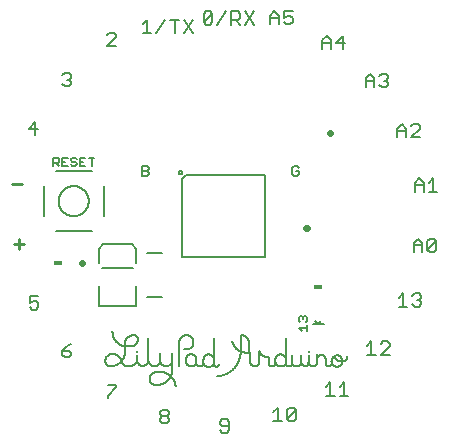
<source format=gto>
G75*
%MOIN*%
%OFA0B0*%
%FSLAX25Y25*%
%IPPOS*%
%LPD*%
%AMOC8*
5,1,8,0,0,1.08239X$1,22.5*
%
%ADD10C,0.00600*%
%ADD11C,0.00900*%
%ADD12C,0.00500*%
%ADD13C,0.00800*%
%ADD14R,0.03000X0.01800*%
%ADD15C,0.02200*%
D10*
X0121584Y0117610D02*
X0121584Y0118344D01*
X0124520Y0121280D01*
X0124520Y0122013D01*
X0121584Y0122013D01*
X0109402Y0132005D02*
X0108668Y0131271D01*
X0107200Y0131271D01*
X0106466Y0132005D01*
X0106466Y0133473D01*
X0108668Y0133473D01*
X0109402Y0132739D01*
X0109402Y0132005D01*
X0107934Y0134941D02*
X0106466Y0133473D01*
X0107934Y0134941D02*
X0109402Y0135675D01*
X0097762Y0147133D02*
X0096294Y0147133D01*
X0095560Y0147867D01*
X0095560Y0149335D02*
X0097028Y0150069D01*
X0097762Y0150069D01*
X0098496Y0149335D01*
X0098496Y0147867D01*
X0097762Y0147133D01*
X0095560Y0149335D02*
X0095560Y0151537D01*
X0098496Y0151537D01*
X0139025Y0113012D02*
X0139759Y0113746D01*
X0141227Y0113746D01*
X0141961Y0113012D01*
X0141961Y0112278D01*
X0141227Y0111544D01*
X0139759Y0111544D01*
X0139025Y0112278D01*
X0139025Y0113012D01*
X0139759Y0111544D02*
X0139025Y0110810D01*
X0139025Y0110076D01*
X0139759Y0109342D01*
X0141227Y0109342D01*
X0141961Y0110076D01*
X0141961Y0110810D01*
X0141227Y0111544D01*
X0159104Y0109823D02*
X0159104Y0109089D01*
X0159838Y0108355D01*
X0162040Y0108355D01*
X0162040Y0109823D02*
X0161306Y0110557D01*
X0159838Y0110557D01*
X0159104Y0109823D01*
X0162040Y0109823D02*
X0162040Y0106887D01*
X0161306Y0106153D01*
X0159838Y0106153D01*
X0159104Y0106887D01*
X0176742Y0110051D02*
X0179677Y0110051D01*
X0178209Y0110051D02*
X0178209Y0114454D01*
X0176742Y0112986D01*
X0181345Y0113720D02*
X0182079Y0114454D01*
X0183547Y0114454D01*
X0184281Y0113720D01*
X0181345Y0110785D01*
X0182079Y0110051D01*
X0183547Y0110051D01*
X0184281Y0110785D01*
X0184281Y0113720D01*
X0181345Y0113720D02*
X0181345Y0110785D01*
X0194261Y0118436D02*
X0197197Y0118436D01*
X0195729Y0118436D02*
X0195729Y0122840D01*
X0194261Y0121372D01*
X0198865Y0121372D02*
X0200333Y0122840D01*
X0200333Y0118436D01*
X0198865Y0118436D02*
X0201801Y0118436D01*
X0208041Y0132137D02*
X0210977Y0132137D01*
X0209509Y0132137D02*
X0209509Y0136541D01*
X0208041Y0135073D01*
X0212645Y0135807D02*
X0213379Y0136541D01*
X0214847Y0136541D01*
X0215580Y0135807D01*
X0215580Y0135073D01*
X0212645Y0132137D01*
X0215580Y0132137D01*
X0218560Y0148133D02*
X0221496Y0148133D01*
X0220028Y0148133D02*
X0220028Y0152537D01*
X0218560Y0151069D01*
X0223164Y0151803D02*
X0223898Y0152537D01*
X0225366Y0152537D01*
X0226100Y0151803D01*
X0226100Y0151069D01*
X0225366Y0150335D01*
X0226100Y0149601D01*
X0226100Y0148867D01*
X0225366Y0148133D01*
X0223898Y0148133D01*
X0223164Y0148867D01*
X0224632Y0150335D02*
X0225366Y0150335D01*
X0226488Y0166389D02*
X0226488Y0169325D01*
X0225020Y0170793D01*
X0223553Y0169325D01*
X0223553Y0166389D01*
X0223553Y0168591D02*
X0226488Y0168591D01*
X0228156Y0167123D02*
X0231092Y0170059D01*
X0231092Y0167123D01*
X0230358Y0166389D01*
X0228890Y0166389D01*
X0228156Y0167123D01*
X0228156Y0170059D01*
X0228890Y0170793D01*
X0230358Y0170793D01*
X0231092Y0170059D01*
X0231486Y0186429D02*
X0228550Y0186429D01*
X0230018Y0186429D02*
X0230018Y0190832D01*
X0228550Y0189364D01*
X0226882Y0189364D02*
X0226882Y0186429D01*
X0226882Y0188630D02*
X0223946Y0188630D01*
X0223946Y0189364D02*
X0225414Y0190832D01*
X0226882Y0189364D01*
X0223946Y0189364D02*
X0223946Y0186429D01*
X0222684Y0204539D02*
X0225620Y0207475D01*
X0225620Y0208209D01*
X0224886Y0208943D01*
X0223418Y0208943D01*
X0222684Y0208209D01*
X0221016Y0207475D02*
X0221016Y0204539D01*
X0222684Y0204539D02*
X0225620Y0204539D01*
X0221016Y0206741D02*
X0218080Y0206741D01*
X0218080Y0207475D02*
X0219548Y0208943D01*
X0221016Y0207475D01*
X0218080Y0207475D02*
X0218080Y0204539D01*
X0214335Y0221232D02*
X0212867Y0221232D01*
X0212133Y0221966D01*
X0210465Y0221232D02*
X0210465Y0224168D01*
X0208997Y0225636D01*
X0207529Y0224168D01*
X0207529Y0221232D01*
X0207529Y0223434D02*
X0210465Y0223434D01*
X0212133Y0224902D02*
X0212867Y0225636D01*
X0214335Y0225636D01*
X0215069Y0224902D01*
X0215069Y0224168D01*
X0214335Y0223434D01*
X0215069Y0222700D01*
X0215069Y0221966D01*
X0214335Y0221232D01*
X0214335Y0223434D02*
X0213601Y0223434D01*
X0199925Y0233909D02*
X0199925Y0238313D01*
X0197723Y0236111D01*
X0200659Y0236111D01*
X0196055Y0236111D02*
X0193119Y0236111D01*
X0193119Y0236845D02*
X0194587Y0238313D01*
X0196055Y0236845D01*
X0196055Y0233909D01*
X0193119Y0233909D02*
X0193119Y0236845D01*
X0183218Y0242950D02*
X0182484Y0242216D01*
X0181016Y0242216D01*
X0180282Y0242950D01*
X0180282Y0244418D02*
X0181750Y0245152D01*
X0182484Y0245152D01*
X0183218Y0244418D01*
X0183218Y0242950D01*
X0180282Y0244418D02*
X0180282Y0246620D01*
X0183218Y0246620D01*
X0178614Y0245152D02*
X0178614Y0242216D01*
X0178614Y0244418D02*
X0175679Y0244418D01*
X0175679Y0245152D02*
X0175679Y0242216D01*
X0175679Y0245152D02*
X0177146Y0246620D01*
X0178614Y0245152D01*
X0170308Y0246537D02*
X0167372Y0242133D01*
X0165704Y0242133D02*
X0164236Y0243601D01*
X0164970Y0243601D02*
X0162768Y0243601D01*
X0162768Y0242133D02*
X0162768Y0246537D01*
X0164970Y0246537D01*
X0165704Y0245803D01*
X0165704Y0244335D01*
X0164970Y0243601D01*
X0167372Y0246537D02*
X0170308Y0242133D01*
X0161100Y0246537D02*
X0158164Y0242133D01*
X0156496Y0242867D02*
X0155762Y0242133D01*
X0154294Y0242133D01*
X0153560Y0242867D01*
X0156496Y0245803D01*
X0156496Y0242867D01*
X0153560Y0242867D02*
X0153560Y0245803D01*
X0154294Y0246537D01*
X0155762Y0246537D01*
X0156496Y0245803D01*
X0149969Y0243809D02*
X0147034Y0239405D01*
X0149969Y0239405D02*
X0147034Y0243809D01*
X0145366Y0243809D02*
X0142430Y0243809D01*
X0143898Y0243809D02*
X0143898Y0239405D01*
X0140762Y0243809D02*
X0137826Y0239405D01*
X0136158Y0239405D02*
X0133222Y0239405D01*
X0134690Y0239405D02*
X0134690Y0243809D01*
X0133222Y0242341D01*
X0124362Y0238602D02*
X0123628Y0239336D01*
X0122161Y0239336D01*
X0121427Y0238602D01*
X0124362Y0238602D02*
X0124362Y0237868D01*
X0121427Y0234933D01*
X0124362Y0234933D01*
X0109402Y0225217D02*
X0109402Y0224483D01*
X0108668Y0223749D01*
X0109402Y0223015D01*
X0109402Y0222281D01*
X0108668Y0221547D01*
X0107200Y0221547D01*
X0106466Y0222281D01*
X0107934Y0223749D02*
X0108668Y0223749D01*
X0109402Y0225217D02*
X0108668Y0225950D01*
X0107200Y0225950D01*
X0106466Y0225217D01*
X0097526Y0209612D02*
X0095324Y0207410D01*
X0098260Y0207410D01*
X0097526Y0205208D02*
X0097526Y0209612D01*
X0133060Y0195036D02*
X0133060Y0191633D01*
X0134762Y0191633D01*
X0135329Y0192200D01*
X0135329Y0192768D01*
X0134762Y0193335D01*
X0133060Y0193335D01*
X0133060Y0195036D02*
X0134762Y0195036D01*
X0135329Y0194469D01*
X0135329Y0193902D01*
X0134762Y0193335D01*
X0183060Y0192200D02*
X0183628Y0191633D01*
X0184762Y0191633D01*
X0185329Y0192200D01*
X0185329Y0193335D01*
X0184195Y0193335D01*
X0185329Y0194469D02*
X0184762Y0195036D01*
X0183628Y0195036D01*
X0183060Y0194469D01*
X0183060Y0192200D01*
D11*
X0093113Y0188836D02*
X0089710Y0188836D01*
X0091979Y0170675D02*
X0091979Y0167272D01*
X0093680Y0168973D02*
X0090277Y0168973D01*
D12*
X0103510Y0195083D02*
X0103510Y0197786D01*
X0104862Y0197786D01*
X0105312Y0197335D01*
X0105312Y0196434D01*
X0104862Y0195984D01*
X0103510Y0195984D01*
X0104411Y0195984D02*
X0105312Y0195083D01*
X0106457Y0195083D02*
X0108258Y0195083D01*
X0109403Y0195534D02*
X0109854Y0195083D01*
X0110755Y0195083D01*
X0111205Y0195534D01*
X0111205Y0195984D01*
X0110755Y0196434D01*
X0109854Y0196434D01*
X0109403Y0196885D01*
X0109403Y0197335D01*
X0109854Y0197786D01*
X0110755Y0197786D01*
X0111205Y0197335D01*
X0112350Y0197786D02*
X0112350Y0195083D01*
X0114152Y0195083D01*
X0113251Y0196434D02*
X0112350Y0196434D01*
X0112350Y0197786D02*
X0114152Y0197786D01*
X0115296Y0197786D02*
X0117098Y0197786D01*
X0116197Y0197786D02*
X0116197Y0195083D01*
X0108258Y0197786D02*
X0106457Y0197786D01*
X0106457Y0195083D01*
X0106457Y0196434D02*
X0107358Y0196434D01*
X0185308Y0144381D02*
X0185758Y0144831D01*
X0186209Y0144831D01*
X0186659Y0144381D01*
X0187110Y0144831D01*
X0187560Y0144831D01*
X0188010Y0144381D01*
X0188010Y0143480D01*
X0187560Y0143030D01*
X0188010Y0141885D02*
X0188010Y0140083D01*
X0188010Y0140984D02*
X0185308Y0140984D01*
X0186209Y0140083D01*
X0185758Y0143030D02*
X0185308Y0143480D01*
X0185308Y0144381D01*
X0186659Y0144381D02*
X0186659Y0143931D01*
D13*
X0189945Y0142231D02*
X0191756Y0142231D01*
X0190836Y0143451D01*
X0191756Y0142231D02*
X0193567Y0142231D01*
X0192616Y0143451D02*
X0191856Y0142292D01*
X0188528Y0133255D02*
X0188528Y0133058D01*
X0188528Y0131877D02*
X0188528Y0130105D01*
X0188528Y0129514D01*
X0188528Y0129908D02*
X0188528Y0130105D01*
X0187347Y0128333D02*
X0187275Y0128345D01*
X0187204Y0128361D01*
X0187134Y0128381D01*
X0187065Y0128404D01*
X0186997Y0128431D01*
X0186931Y0128461D01*
X0186866Y0128495D01*
X0186804Y0128532D01*
X0186743Y0128573D01*
X0186685Y0128616D01*
X0186628Y0128663D01*
X0186575Y0128712D01*
X0186524Y0128764D01*
X0186476Y0128819D01*
X0186430Y0128876D01*
X0186388Y0128935D01*
X0186349Y0128997D01*
X0186313Y0129060D01*
X0186281Y0129126D01*
X0186252Y0129192D01*
X0186227Y0129261D01*
X0186205Y0129330D01*
X0186187Y0129401D01*
X0186173Y0129472D01*
X0186162Y0129544D01*
X0186155Y0129617D01*
X0186152Y0129690D01*
X0186153Y0129763D01*
X0186158Y0129835D01*
X0186166Y0129908D01*
X0186166Y0131877D01*
X0186167Y0129908D02*
X0186170Y0129834D01*
X0186169Y0129759D01*
X0186165Y0129684D01*
X0186156Y0129609D01*
X0186144Y0129535D01*
X0186128Y0129462D01*
X0186109Y0129389D01*
X0186086Y0129318D01*
X0186059Y0129248D01*
X0186029Y0129179D01*
X0185995Y0129112D01*
X0185958Y0129047D01*
X0185918Y0128984D01*
X0185875Y0128923D01*
X0185828Y0128864D01*
X0185779Y0128808D01*
X0185727Y0128754D01*
X0185672Y0128703D01*
X0185614Y0128654D01*
X0185555Y0128609D01*
X0185493Y0128567D01*
X0185429Y0128528D01*
X0185363Y0128492D01*
X0185295Y0128459D01*
X0185226Y0128430D01*
X0185155Y0128405D01*
X0185084Y0128383D01*
X0185011Y0128365D01*
X0184937Y0128351D01*
X0184863Y0128340D01*
X0184788Y0128333D01*
X0184713Y0128320D01*
X0184637Y0128311D01*
X0184561Y0128306D01*
X0184485Y0128304D01*
X0184409Y0128306D01*
X0184333Y0128313D01*
X0184257Y0128323D01*
X0184182Y0128336D01*
X0184108Y0128354D01*
X0184035Y0128375D01*
X0183962Y0128401D01*
X0183892Y0128429D01*
X0183823Y0128461D01*
X0183755Y0128497D01*
X0183690Y0128536D01*
X0183626Y0128578D01*
X0183565Y0128624D01*
X0183506Y0128673D01*
X0183450Y0128724D01*
X0183396Y0128778D01*
X0183345Y0128835D01*
X0183297Y0128894D01*
X0183252Y0128956D01*
X0183211Y0129020D01*
X0183172Y0129086D01*
X0183137Y0129154D01*
X0183106Y0129223D01*
X0183078Y0129294D01*
X0183054Y0129367D01*
X0183033Y0129440D01*
X0183016Y0129515D01*
X0183016Y0129514D02*
X0183016Y0131877D01*
X0181047Y0129121D02*
X0181062Y0129060D01*
X0181080Y0128999D01*
X0181102Y0128940D01*
X0181127Y0128882D01*
X0181157Y0128827D01*
X0181189Y0128773D01*
X0181225Y0128721D01*
X0181264Y0128671D01*
X0181306Y0128624D01*
X0181351Y0128580D01*
X0181399Y0128539D01*
X0181449Y0128501D01*
X0181502Y0128466D01*
X0181556Y0128434D01*
X0181613Y0128406D01*
X0181671Y0128381D01*
X0181730Y0128360D01*
X0181791Y0128343D01*
X0181853Y0128330D01*
X0181915Y0128321D01*
X0181978Y0128315D01*
X0182041Y0128314D01*
X0182104Y0128317D01*
X0182167Y0128323D01*
X0182229Y0128333D01*
X0182229Y0128334D02*
X0182283Y0128336D01*
X0182336Y0128341D01*
X0182389Y0128350D01*
X0182441Y0128363D01*
X0182493Y0128379D01*
X0182543Y0128399D01*
X0182591Y0128422D01*
X0182638Y0128449D01*
X0182683Y0128478D01*
X0182726Y0128511D01*
X0182766Y0128546D01*
X0182804Y0128584D01*
X0182839Y0128624D01*
X0182872Y0128667D01*
X0182901Y0128712D01*
X0182928Y0128759D01*
X0182951Y0128807D01*
X0182971Y0128857D01*
X0182987Y0128909D01*
X0183000Y0128961D01*
X0183009Y0129014D01*
X0183014Y0129067D01*
X0183016Y0129121D01*
X0181048Y0129121D02*
X0181048Y0129514D01*
X0181048Y0129908D02*
X0181048Y0137782D01*
X0174552Y0131483D02*
X0174459Y0131477D01*
X0174367Y0131474D01*
X0174275Y0131475D01*
X0174183Y0131481D01*
X0174091Y0131490D01*
X0174000Y0131503D01*
X0173909Y0131520D01*
X0173819Y0131541D01*
X0173730Y0131566D01*
X0173642Y0131594D01*
X0173556Y0131626D01*
X0173470Y0131662D01*
X0173387Y0131701D01*
X0173305Y0131744D01*
X0173225Y0131790D01*
X0173147Y0131840D01*
X0173072Y0131893D01*
X0172998Y0131949D01*
X0172927Y0132008D01*
X0172859Y0132070D01*
X0172793Y0132135D01*
X0172731Y0132203D01*
X0172671Y0132273D01*
X0172614Y0132346D01*
X0172560Y0132421D01*
X0172510Y0132498D01*
X0172462Y0132577D01*
X0172419Y0132658D01*
X0172378Y0132742D01*
X0172342Y0132826D01*
X0172309Y0132912D01*
X0172279Y0133000D01*
X0172253Y0133089D01*
X0172232Y0133178D01*
X0172213Y0133269D01*
X0172199Y0133360D01*
X0172189Y0133452D01*
X0172190Y0133451D02*
X0172190Y0129514D01*
X0172178Y0129442D01*
X0172162Y0129371D01*
X0172142Y0129301D01*
X0172119Y0129232D01*
X0172092Y0129164D01*
X0172062Y0129098D01*
X0172028Y0129033D01*
X0171991Y0128971D01*
X0171950Y0128910D01*
X0171907Y0128852D01*
X0171860Y0128795D01*
X0171811Y0128742D01*
X0171759Y0128691D01*
X0171704Y0128643D01*
X0171647Y0128597D01*
X0171588Y0128555D01*
X0171526Y0128516D01*
X0171463Y0128480D01*
X0171397Y0128448D01*
X0171331Y0128419D01*
X0171262Y0128394D01*
X0171193Y0128372D01*
X0171122Y0128354D01*
X0171051Y0128340D01*
X0170979Y0128329D01*
X0170906Y0128322D01*
X0170833Y0128319D01*
X0170760Y0128320D01*
X0170688Y0128325D01*
X0170615Y0128333D01*
X0170538Y0128335D01*
X0170461Y0128341D01*
X0170384Y0128350D01*
X0170308Y0128363D01*
X0170232Y0128380D01*
X0170158Y0128401D01*
X0170084Y0128425D01*
X0170012Y0128453D01*
X0169942Y0128484D01*
X0169873Y0128519D01*
X0169805Y0128557D01*
X0169740Y0128598D01*
X0169677Y0128643D01*
X0169616Y0128691D01*
X0169557Y0128741D01*
X0169501Y0128794D01*
X0169448Y0128850D01*
X0169398Y0128909D01*
X0169350Y0128970D01*
X0169305Y0129033D01*
X0169264Y0129098D01*
X0169226Y0129166D01*
X0169191Y0129235D01*
X0169160Y0129305D01*
X0169132Y0129377D01*
X0169108Y0129451D01*
X0169087Y0129525D01*
X0169070Y0129601D01*
X0169057Y0129677D01*
X0169048Y0129754D01*
X0169042Y0129831D01*
X0169040Y0129908D01*
X0168646Y0136207D01*
X0168843Y0132860D02*
X0168708Y0132834D01*
X0168572Y0132812D01*
X0168435Y0132794D01*
X0168298Y0132779D01*
X0168161Y0132768D01*
X0168023Y0132762D01*
X0167885Y0132759D01*
X0167748Y0132760D01*
X0167610Y0132765D01*
X0167472Y0132775D01*
X0167335Y0132788D01*
X0167198Y0132804D01*
X0167062Y0132825D01*
X0166927Y0132850D01*
X0166792Y0132879D01*
X0166658Y0132911D01*
X0166525Y0132947D01*
X0166393Y0132987D01*
X0166262Y0133031D01*
X0166133Y0133078D01*
X0166005Y0133129D01*
X0165878Y0133184D01*
X0165753Y0133243D01*
X0165630Y0133304D01*
X0165509Y0133370D01*
X0165390Y0133439D01*
X0165272Y0133511D01*
X0165157Y0133586D01*
X0165044Y0133665D01*
X0164933Y0133747D01*
X0164825Y0133832D01*
X0164719Y0133921D01*
X0164615Y0134012D01*
X0164515Y0134106D01*
X0164417Y0134203D01*
X0164321Y0134302D01*
X0164229Y0134405D01*
X0164140Y0134510D01*
X0164053Y0134617D01*
X0163970Y0134727D01*
X0163890Y0134839D01*
X0163813Y0134954D01*
X0163740Y0135070D01*
X0163670Y0135189D01*
X0163603Y0135310D01*
X0163540Y0135432D01*
X0163480Y0135556D01*
X0163424Y0135682D01*
X0163371Y0135809D01*
X0163323Y0135938D01*
X0163277Y0136069D01*
X0163236Y0136200D01*
X0163198Y0136333D01*
X0163164Y0136466D01*
X0163134Y0136601D01*
X0166284Y0138569D02*
X0166379Y0138567D01*
X0166474Y0138561D01*
X0166569Y0138552D01*
X0166663Y0138538D01*
X0166756Y0138521D01*
X0166849Y0138500D01*
X0166941Y0138476D01*
X0167032Y0138447D01*
X0167122Y0138416D01*
X0167210Y0138380D01*
X0167297Y0138341D01*
X0167382Y0138298D01*
X0167465Y0138253D01*
X0167546Y0138203D01*
X0167626Y0138151D01*
X0167703Y0138095D01*
X0167778Y0138037D01*
X0167850Y0137975D01*
X0167920Y0137910D01*
X0167987Y0137843D01*
X0168052Y0137773D01*
X0168114Y0137701D01*
X0168172Y0137626D01*
X0168228Y0137549D01*
X0168280Y0137469D01*
X0168330Y0137388D01*
X0168375Y0137305D01*
X0168418Y0137220D01*
X0168457Y0137133D01*
X0168493Y0137045D01*
X0168524Y0136955D01*
X0168553Y0136864D01*
X0168577Y0136772D01*
X0168598Y0136679D01*
X0168615Y0136586D01*
X0168629Y0136492D01*
X0168638Y0136397D01*
X0168644Y0136302D01*
X0168646Y0136207D01*
X0166284Y0138570D02*
X0165890Y0138570D01*
X0165890Y0133451D01*
X0165891Y0133451D02*
X0165895Y0133254D01*
X0165895Y0133056D01*
X0165891Y0132859D01*
X0165881Y0132661D01*
X0165867Y0132464D01*
X0165848Y0132268D01*
X0165824Y0132072D01*
X0165795Y0131876D01*
X0165762Y0131681D01*
X0165724Y0131488D01*
X0165681Y0131295D01*
X0165634Y0131103D01*
X0165582Y0130912D01*
X0165526Y0130723D01*
X0165464Y0130535D01*
X0165399Y0130349D01*
X0165329Y0130164D01*
X0165254Y0129981D01*
X0165175Y0129800D01*
X0165092Y0129621D01*
X0165005Y0129444D01*
X0164913Y0129269D01*
X0164817Y0129096D01*
X0164717Y0128926D01*
X0164612Y0128758D01*
X0164504Y0128593D01*
X0164392Y0128430D01*
X0164276Y0128271D01*
X0164156Y0128114D01*
X0164032Y0127960D01*
X0163904Y0127809D01*
X0163773Y0127661D01*
X0163639Y0127516D01*
X0163501Y0127375D01*
X0163360Y0127237D01*
X0163215Y0127102D01*
X0163067Y0126971D01*
X0162916Y0126844D01*
X0162762Y0126720D01*
X0162605Y0126600D01*
X0162445Y0126484D01*
X0162282Y0126372D01*
X0162117Y0126264D01*
X0161949Y0126159D01*
X0161779Y0126059D01*
X0161606Y0125963D01*
X0161431Y0125872D01*
X0161254Y0125784D01*
X0161075Y0125701D01*
X0160894Y0125622D01*
X0160711Y0125547D01*
X0160526Y0125477D01*
X0160340Y0125412D01*
X0160152Y0125351D01*
X0159963Y0125294D01*
X0159772Y0125243D01*
X0159580Y0125195D01*
X0159387Y0125153D01*
X0159194Y0125115D01*
X0158999Y0125081D01*
X0158803Y0125053D01*
X0158607Y0125029D01*
X0158411Y0125010D01*
X0158214Y0124996D01*
X0158016Y0124986D01*
X0157819Y0128137D02*
X0157873Y0128139D01*
X0157926Y0128144D01*
X0157979Y0128153D01*
X0158031Y0128166D01*
X0158083Y0128182D01*
X0158133Y0128202D01*
X0158181Y0128225D01*
X0158228Y0128252D01*
X0158273Y0128281D01*
X0158316Y0128314D01*
X0158356Y0128349D01*
X0158394Y0128387D01*
X0158429Y0128427D01*
X0158462Y0128470D01*
X0158491Y0128515D01*
X0158518Y0128562D01*
X0158541Y0128610D01*
X0158561Y0128660D01*
X0158577Y0128712D01*
X0158590Y0128764D01*
X0158599Y0128817D01*
X0158604Y0128870D01*
X0158606Y0128924D01*
X0157819Y0128137D02*
X0157765Y0128139D01*
X0157712Y0128144D01*
X0157659Y0128153D01*
X0157607Y0128166D01*
X0157555Y0128182D01*
X0157505Y0128202D01*
X0157457Y0128225D01*
X0157410Y0128252D01*
X0157365Y0128281D01*
X0157322Y0128314D01*
X0157282Y0128349D01*
X0157244Y0128387D01*
X0157209Y0128427D01*
X0157176Y0128470D01*
X0157147Y0128515D01*
X0157120Y0128562D01*
X0157097Y0128610D01*
X0157077Y0128660D01*
X0157061Y0128712D01*
X0157048Y0128764D01*
X0157039Y0128817D01*
X0157034Y0128870D01*
X0157032Y0128924D01*
X0157032Y0129318D01*
X0157032Y0129711D02*
X0157032Y0137585D01*
X0150142Y0136601D02*
X0150142Y0135814D01*
X0150142Y0135813D02*
X0150136Y0135727D01*
X0150125Y0135641D01*
X0150111Y0135556D01*
X0150092Y0135471D01*
X0150070Y0135388D01*
X0150044Y0135305D01*
X0150014Y0135224D01*
X0149980Y0135144D01*
X0149943Y0135066D01*
X0149902Y0134990D01*
X0149858Y0134916D01*
X0149810Y0134844D01*
X0149759Y0134774D01*
X0149705Y0134706D01*
X0149648Y0134641D01*
X0149588Y0134579D01*
X0149525Y0134520D01*
X0149459Y0134463D01*
X0149391Y0134410D01*
X0149321Y0134360D01*
X0149248Y0134313D01*
X0149173Y0134270D01*
X0149096Y0134230D01*
X0149018Y0134194D01*
X0148938Y0134161D01*
X0148856Y0134132D01*
X0148773Y0134107D01*
X0148689Y0134086D01*
X0148605Y0134069D01*
X0148519Y0134055D01*
X0148433Y0134046D01*
X0148347Y0134040D01*
X0148260Y0134039D01*
X0148174Y0134042D01*
X0146993Y0134042D01*
X0145418Y0136601D02*
X0145428Y0136693D01*
X0145442Y0136784D01*
X0145460Y0136874D01*
X0145482Y0136964D01*
X0145508Y0137053D01*
X0145537Y0137140D01*
X0145570Y0137226D01*
X0145607Y0137311D01*
X0145647Y0137394D01*
X0145691Y0137475D01*
X0145738Y0137554D01*
X0145789Y0137632D01*
X0145843Y0137707D01*
X0145899Y0137779D01*
X0145959Y0137850D01*
X0146022Y0137917D01*
X0146088Y0137982D01*
X0146156Y0138044D01*
X0146227Y0138103D01*
X0146300Y0138159D01*
X0146376Y0138212D01*
X0146454Y0138262D01*
X0146534Y0138308D01*
X0146615Y0138351D01*
X0146699Y0138390D01*
X0146784Y0138426D01*
X0146871Y0138458D01*
X0146958Y0138486D01*
X0147047Y0138511D01*
X0147137Y0138532D01*
X0147228Y0138549D01*
X0147319Y0138562D01*
X0147411Y0138571D01*
X0147503Y0138577D01*
X0147596Y0138578D01*
X0147688Y0138575D01*
X0147780Y0138569D01*
X0147780Y0138570D02*
X0147873Y0138576D01*
X0147965Y0138579D01*
X0148057Y0138578D01*
X0148149Y0138572D01*
X0148241Y0138563D01*
X0148332Y0138550D01*
X0148423Y0138533D01*
X0148513Y0138512D01*
X0148602Y0138487D01*
X0148690Y0138459D01*
X0148776Y0138427D01*
X0148862Y0138391D01*
X0148945Y0138352D01*
X0149027Y0138309D01*
X0149107Y0138263D01*
X0149185Y0138213D01*
X0149260Y0138160D01*
X0149334Y0138104D01*
X0149405Y0138045D01*
X0149473Y0137983D01*
X0149539Y0137918D01*
X0149601Y0137850D01*
X0149661Y0137780D01*
X0149718Y0137707D01*
X0149772Y0137632D01*
X0149822Y0137555D01*
X0149870Y0137476D01*
X0149913Y0137395D01*
X0149954Y0137311D01*
X0149990Y0137227D01*
X0150023Y0137141D01*
X0150053Y0137053D01*
X0150079Y0136964D01*
X0150100Y0136875D01*
X0150119Y0136784D01*
X0150133Y0136693D01*
X0150143Y0136601D01*
X0149552Y0132270D02*
X0149158Y0132270D01*
X0149552Y0132271D02*
X0149629Y0132269D01*
X0149706Y0132263D01*
X0149783Y0132254D01*
X0149859Y0132241D01*
X0149935Y0132224D01*
X0150009Y0132203D01*
X0150083Y0132179D01*
X0150155Y0132151D01*
X0150225Y0132120D01*
X0150294Y0132085D01*
X0150362Y0132047D01*
X0150427Y0132006D01*
X0150490Y0131961D01*
X0150551Y0131913D01*
X0150610Y0131863D01*
X0150666Y0131810D01*
X0150719Y0131754D01*
X0150769Y0131695D01*
X0150817Y0131634D01*
X0150862Y0131571D01*
X0150903Y0131506D01*
X0150941Y0131438D01*
X0150976Y0131369D01*
X0151007Y0131299D01*
X0151035Y0131227D01*
X0151059Y0131153D01*
X0151080Y0131079D01*
X0151097Y0131003D01*
X0151110Y0130927D01*
X0151119Y0130850D01*
X0151125Y0130773D01*
X0151127Y0130696D01*
X0151127Y0129908D01*
X0151113Y0129839D01*
X0151102Y0129768D01*
X0151096Y0129697D01*
X0151093Y0129626D01*
X0151094Y0129555D01*
X0151099Y0129484D01*
X0151108Y0129414D01*
X0151121Y0129344D01*
X0151137Y0129275D01*
X0151158Y0129206D01*
X0151181Y0129139D01*
X0151209Y0129074D01*
X0151240Y0129010D01*
X0151274Y0128948D01*
X0151312Y0128887D01*
X0151353Y0128829D01*
X0151397Y0128773D01*
X0151444Y0128720D01*
X0151493Y0128669D01*
X0151546Y0128621D01*
X0151601Y0128576D01*
X0151658Y0128534D01*
X0151718Y0128495D01*
X0151779Y0128459D01*
X0151843Y0128427D01*
X0151908Y0128398D01*
X0151974Y0128373D01*
X0152042Y0128351D01*
X0152111Y0128334D01*
X0152174Y0128318D01*
X0152238Y0128307D01*
X0152303Y0128299D01*
X0152368Y0128295D01*
X0152434Y0128294D01*
X0152499Y0128298D01*
X0152564Y0128305D01*
X0152628Y0128316D01*
X0152692Y0128331D01*
X0152754Y0128349D01*
X0152816Y0128371D01*
X0152876Y0128397D01*
X0152934Y0128426D01*
X0152991Y0128458D01*
X0153045Y0128494D01*
X0153098Y0128533D01*
X0153148Y0128575D01*
X0153196Y0128619D01*
X0153241Y0128666D01*
X0153283Y0128716D01*
X0153322Y0128768D01*
X0153358Y0128823D01*
X0153391Y0128879D01*
X0153421Y0128937D01*
X0153447Y0128997D01*
X0153469Y0129058D01*
X0153488Y0129121D01*
X0153489Y0129121D02*
X0153489Y0129318D01*
X0153489Y0130302D01*
X0155261Y0132270D02*
X0155346Y0132260D01*
X0155432Y0132246D01*
X0155516Y0132228D01*
X0155600Y0132206D01*
X0155682Y0132181D01*
X0155764Y0132152D01*
X0155844Y0132120D01*
X0155922Y0132084D01*
X0155999Y0132045D01*
X0156074Y0132003D01*
X0156147Y0131957D01*
X0156219Y0131908D01*
X0156287Y0131856D01*
X0156354Y0131801D01*
X0156418Y0131744D01*
X0156480Y0131683D01*
X0156539Y0131620D01*
X0156595Y0131555D01*
X0156648Y0131487D01*
X0156698Y0131416D01*
X0156745Y0131344D01*
X0156789Y0131270D01*
X0156830Y0131194D01*
X0156867Y0131116D01*
X0156901Y0131036D01*
X0156931Y0130955D01*
X0156958Y0130873D01*
X0156981Y0130790D01*
X0157000Y0130706D01*
X0157016Y0130621D01*
X0157028Y0130536D01*
X0157036Y0130450D01*
X0157041Y0130364D01*
X0157042Y0130277D01*
X0157039Y0130191D01*
X0157032Y0130105D01*
X0157049Y0130027D01*
X0157062Y0129949D01*
X0157072Y0129870D01*
X0157078Y0129790D01*
X0157080Y0129711D01*
X0157078Y0129632D01*
X0157072Y0129552D01*
X0157062Y0129473D01*
X0157049Y0129395D01*
X0157032Y0129317D01*
X0157010Y0129241D01*
X0156985Y0129165D01*
X0156957Y0129090D01*
X0156924Y0129018D01*
X0156889Y0128946D01*
X0156849Y0128877D01*
X0156807Y0128810D01*
X0156761Y0128744D01*
X0156712Y0128681D01*
X0156660Y0128621D01*
X0156605Y0128563D01*
X0156547Y0128508D01*
X0156487Y0128456D01*
X0156424Y0128407D01*
X0156358Y0128361D01*
X0156291Y0128319D01*
X0156222Y0128279D01*
X0156150Y0128244D01*
X0156078Y0128211D01*
X0156003Y0128183D01*
X0155927Y0128158D01*
X0155851Y0128136D01*
X0155850Y0128137D02*
X0155770Y0128112D01*
X0155689Y0128091D01*
X0155607Y0128074D01*
X0155525Y0128060D01*
X0155441Y0128050D01*
X0155358Y0128044D01*
X0155274Y0128041D01*
X0155190Y0128042D01*
X0155107Y0128047D01*
X0155023Y0128056D01*
X0154941Y0128069D01*
X0154858Y0128085D01*
X0154777Y0128105D01*
X0154697Y0128128D01*
X0154617Y0128155D01*
X0154539Y0128186D01*
X0154463Y0128220D01*
X0154388Y0128257D01*
X0154315Y0128298D01*
X0154243Y0128342D01*
X0154174Y0128389D01*
X0154107Y0128440D01*
X0154042Y0128493D01*
X0153980Y0128549D01*
X0153920Y0128608D01*
X0153863Y0128669D01*
X0153809Y0128733D01*
X0153758Y0128799D01*
X0153710Y0128868D01*
X0153665Y0128938D01*
X0153623Y0129011D01*
X0153584Y0129085D01*
X0153549Y0129161D01*
X0153517Y0129239D01*
X0153489Y0129318D01*
X0153489Y0130302D02*
X0153486Y0130388D01*
X0153487Y0130475D01*
X0153493Y0130561D01*
X0153502Y0130647D01*
X0153516Y0130732D01*
X0153533Y0130817D01*
X0153554Y0130901D01*
X0153579Y0130984D01*
X0153608Y0131065D01*
X0153641Y0131146D01*
X0153677Y0131224D01*
X0153717Y0131301D01*
X0153760Y0131376D01*
X0153807Y0131449D01*
X0153857Y0131519D01*
X0153910Y0131587D01*
X0153967Y0131653D01*
X0154026Y0131716D01*
X0154088Y0131776D01*
X0154153Y0131833D01*
X0154221Y0131887D01*
X0154291Y0131938D01*
X0154363Y0131986D01*
X0154437Y0132030D01*
X0154513Y0132071D01*
X0154592Y0132109D01*
X0154671Y0132142D01*
X0154752Y0132172D01*
X0154835Y0132198D01*
X0154919Y0132220D01*
X0155003Y0132239D01*
X0155088Y0132253D01*
X0155174Y0132264D01*
X0155261Y0132270D01*
X0151127Y0129908D02*
X0151135Y0129835D01*
X0151140Y0129763D01*
X0151141Y0129690D01*
X0151138Y0129617D01*
X0151131Y0129544D01*
X0151120Y0129472D01*
X0151106Y0129401D01*
X0151088Y0129330D01*
X0151066Y0129261D01*
X0151041Y0129192D01*
X0151012Y0129126D01*
X0150980Y0129060D01*
X0150944Y0128997D01*
X0150905Y0128935D01*
X0150863Y0128876D01*
X0150817Y0128819D01*
X0150769Y0128764D01*
X0150718Y0128712D01*
X0150665Y0128663D01*
X0150608Y0128616D01*
X0150550Y0128573D01*
X0150489Y0128532D01*
X0150427Y0128495D01*
X0150362Y0128461D01*
X0150296Y0128431D01*
X0150228Y0128404D01*
X0150159Y0128381D01*
X0150089Y0128361D01*
X0150018Y0128345D01*
X0149946Y0128333D01*
X0149945Y0128333D02*
X0149158Y0128333D01*
X0149076Y0128344D01*
X0148995Y0128359D01*
X0148915Y0128377D01*
X0148836Y0128399D01*
X0148758Y0128425D01*
X0148681Y0128454D01*
X0148605Y0128487D01*
X0148531Y0128524D01*
X0148459Y0128563D01*
X0148389Y0128606D01*
X0148321Y0128653D01*
X0148255Y0128702D01*
X0148191Y0128754D01*
X0148130Y0128809D01*
X0148071Y0128867D01*
X0148016Y0128928D01*
X0147963Y0128991D01*
X0147913Y0129057D01*
X0147866Y0129124D01*
X0147822Y0129194D01*
X0147782Y0129266D01*
X0147745Y0129340D01*
X0147711Y0129415D01*
X0147681Y0129491D01*
X0147654Y0129569D01*
X0147631Y0129648D01*
X0147612Y0129729D01*
X0147597Y0129809D01*
X0147585Y0129891D01*
X0147577Y0129973D01*
X0147573Y0130055D01*
X0147572Y0130138D01*
X0147576Y0130220D01*
X0147583Y0130302D01*
X0147576Y0130384D01*
X0147572Y0130466D01*
X0147573Y0130549D01*
X0147577Y0130631D01*
X0147585Y0130713D01*
X0147597Y0130795D01*
X0147612Y0130875D01*
X0147631Y0130956D01*
X0147654Y0131035D01*
X0147681Y0131113D01*
X0147711Y0131189D01*
X0147745Y0131264D01*
X0147782Y0131338D01*
X0147822Y0131410D01*
X0147866Y0131480D01*
X0147913Y0131547D01*
X0147963Y0131613D01*
X0148016Y0131676D01*
X0148071Y0131737D01*
X0148130Y0131795D01*
X0148191Y0131850D01*
X0148255Y0131902D01*
X0148321Y0131951D01*
X0148389Y0131998D01*
X0148459Y0132041D01*
X0148531Y0132080D01*
X0148605Y0132117D01*
X0148681Y0132150D01*
X0148758Y0132179D01*
X0148836Y0132205D01*
X0148915Y0132227D01*
X0148995Y0132245D01*
X0149076Y0132260D01*
X0149158Y0132271D01*
X0145418Y0128333D02*
X0145418Y0136601D01*
X0143056Y0132664D02*
X0143056Y0130302D01*
X0143056Y0127152D01*
X0141087Y0128333D02*
X0141173Y0128335D01*
X0141259Y0128340D01*
X0141344Y0128350D01*
X0141429Y0128363D01*
X0141513Y0128380D01*
X0141597Y0128400D01*
X0141679Y0128424D01*
X0141760Y0128452D01*
X0141841Y0128483D01*
X0141919Y0128517D01*
X0141996Y0128555D01*
X0142072Y0128597D01*
X0142145Y0128641D01*
X0142216Y0128689D01*
X0142286Y0128740D01*
X0142353Y0128794D01*
X0142417Y0128850D01*
X0142479Y0128910D01*
X0142539Y0128972D01*
X0142595Y0129036D01*
X0142649Y0129103D01*
X0142700Y0129173D01*
X0142748Y0129244D01*
X0142792Y0129318D01*
X0142834Y0129393D01*
X0142872Y0129470D01*
X0142906Y0129548D01*
X0142937Y0129629D01*
X0142965Y0129710D01*
X0142989Y0129792D01*
X0143009Y0129876D01*
X0143026Y0129960D01*
X0143039Y0130045D01*
X0143049Y0130130D01*
X0143054Y0130216D01*
X0143056Y0130302D01*
X0141087Y0128333D02*
X0141001Y0128335D01*
X0140915Y0128340D01*
X0140830Y0128350D01*
X0140745Y0128363D01*
X0140661Y0128380D01*
X0140577Y0128400D01*
X0140495Y0128424D01*
X0140414Y0128452D01*
X0140333Y0128483D01*
X0140255Y0128517D01*
X0140178Y0128555D01*
X0140103Y0128597D01*
X0140029Y0128641D01*
X0139958Y0128689D01*
X0139888Y0128740D01*
X0139821Y0128794D01*
X0139757Y0128850D01*
X0139695Y0128910D01*
X0139635Y0128972D01*
X0139579Y0129036D01*
X0139525Y0129103D01*
X0139474Y0129173D01*
X0139426Y0129244D01*
X0139382Y0129318D01*
X0139340Y0129393D01*
X0139302Y0129470D01*
X0139268Y0129548D01*
X0139237Y0129629D01*
X0139209Y0129710D01*
X0139185Y0129792D01*
X0139165Y0129876D01*
X0139148Y0129960D01*
X0139135Y0130045D01*
X0139125Y0130130D01*
X0139120Y0130216D01*
X0139118Y0130302D01*
X0139119Y0130302D02*
X0139119Y0132664D01*
X0139119Y0130302D02*
X0139117Y0130216D01*
X0139112Y0130130D01*
X0139102Y0130045D01*
X0139089Y0129960D01*
X0139072Y0129876D01*
X0139052Y0129792D01*
X0139028Y0129710D01*
X0139000Y0129629D01*
X0138969Y0129548D01*
X0138935Y0129470D01*
X0138897Y0129393D01*
X0138855Y0129318D01*
X0138811Y0129244D01*
X0138763Y0129173D01*
X0138712Y0129103D01*
X0138658Y0129036D01*
X0138602Y0128972D01*
X0138542Y0128910D01*
X0138480Y0128850D01*
X0138416Y0128794D01*
X0138349Y0128740D01*
X0138279Y0128689D01*
X0138208Y0128641D01*
X0138135Y0128597D01*
X0138059Y0128555D01*
X0137982Y0128517D01*
X0137904Y0128483D01*
X0137823Y0128452D01*
X0137742Y0128424D01*
X0137660Y0128400D01*
X0137576Y0128380D01*
X0137492Y0128363D01*
X0137407Y0128350D01*
X0137322Y0128340D01*
X0137236Y0128335D01*
X0137150Y0128333D01*
X0143056Y0127152D02*
X0143054Y0127011D01*
X0143048Y0126870D01*
X0143039Y0126729D01*
X0143025Y0126589D01*
X0143007Y0126449D01*
X0142986Y0126310D01*
X0142961Y0126171D01*
X0142932Y0126033D01*
X0142899Y0125896D01*
X0142863Y0125759D01*
X0142823Y0125624D01*
X0142779Y0125490D01*
X0142731Y0125357D01*
X0142680Y0125226D01*
X0142625Y0125096D01*
X0142566Y0124968D01*
X0142505Y0124841D01*
X0142439Y0124716D01*
X0142370Y0124593D01*
X0142298Y0124472D01*
X0142223Y0124353D01*
X0142144Y0124236D01*
X0142062Y0124121D01*
X0141977Y0124008D01*
X0141889Y0123898D01*
X0141798Y0123791D01*
X0141703Y0123686D01*
X0141606Y0123583D01*
X0141507Y0123484D01*
X0141404Y0123387D01*
X0141299Y0123292D01*
X0141192Y0123201D01*
X0141082Y0123113D01*
X0140969Y0123028D01*
X0140854Y0122946D01*
X0140737Y0122867D01*
X0140618Y0122792D01*
X0140497Y0122720D01*
X0140374Y0122651D01*
X0140249Y0122585D01*
X0140122Y0122524D01*
X0139994Y0122465D01*
X0139864Y0122410D01*
X0139733Y0122359D01*
X0139600Y0122311D01*
X0139466Y0122267D01*
X0139331Y0122227D01*
X0139194Y0122191D01*
X0139057Y0122158D01*
X0138919Y0122129D01*
X0138780Y0122104D01*
X0138641Y0122083D01*
X0138501Y0122065D01*
X0138361Y0122051D01*
X0138220Y0122042D01*
X0138079Y0122036D01*
X0137938Y0122034D01*
X0137544Y0122034D01*
X0138725Y0126365D02*
X0138866Y0126374D01*
X0139008Y0126379D01*
X0139149Y0126380D01*
X0139291Y0126377D01*
X0139432Y0126370D01*
X0139573Y0126360D01*
X0139714Y0126345D01*
X0139854Y0126327D01*
X0139994Y0126305D01*
X0140133Y0126279D01*
X0140271Y0126249D01*
X0140408Y0126215D01*
X0140545Y0126178D01*
X0140680Y0126137D01*
X0140814Y0126092D01*
X0140947Y0126043D01*
X0141079Y0125991D01*
X0141209Y0125935D01*
X0141337Y0125876D01*
X0141464Y0125813D01*
X0141589Y0125747D01*
X0141712Y0125677D01*
X0141833Y0125604D01*
X0141952Y0125528D01*
X0142069Y0125448D01*
X0142183Y0125365D01*
X0142296Y0125279D01*
X0142405Y0125190D01*
X0142513Y0125098D01*
X0142618Y0125003D01*
X0142720Y0124905D01*
X0142819Y0124804D01*
X0142916Y0124701D01*
X0143010Y0124595D01*
X0143100Y0124487D01*
X0143188Y0124376D01*
X0143273Y0124262D01*
X0143354Y0124147D01*
X0143433Y0124029D01*
X0143508Y0123909D01*
X0143579Y0123787D01*
X0143648Y0123663D01*
X0143713Y0123538D01*
X0143774Y0123410D01*
X0143832Y0123281D01*
X0143886Y0123150D01*
X0143937Y0123018D01*
X0143984Y0122885D01*
X0144027Y0122750D01*
X0144066Y0122615D01*
X0144102Y0122478D01*
X0144134Y0122340D01*
X0144163Y0122201D01*
X0144187Y0122062D01*
X0144207Y0121922D01*
X0144224Y0121782D01*
X0144237Y0121641D01*
X0137938Y0126365D02*
X0137843Y0126363D01*
X0137748Y0126357D01*
X0137653Y0126348D01*
X0137559Y0126334D01*
X0137466Y0126317D01*
X0137373Y0126296D01*
X0137281Y0126272D01*
X0137190Y0126243D01*
X0137100Y0126212D01*
X0137012Y0126176D01*
X0136925Y0126137D01*
X0136840Y0126094D01*
X0136757Y0126049D01*
X0136676Y0125999D01*
X0136596Y0125947D01*
X0136519Y0125891D01*
X0136444Y0125833D01*
X0136372Y0125771D01*
X0136302Y0125706D01*
X0136235Y0125639D01*
X0136170Y0125569D01*
X0136108Y0125497D01*
X0136050Y0125422D01*
X0135994Y0125345D01*
X0135942Y0125265D01*
X0135892Y0125184D01*
X0135847Y0125101D01*
X0135804Y0125016D01*
X0135765Y0124929D01*
X0135729Y0124841D01*
X0135698Y0124751D01*
X0135669Y0124660D01*
X0135645Y0124568D01*
X0135624Y0124475D01*
X0135607Y0124382D01*
X0135593Y0124288D01*
X0135584Y0124193D01*
X0135578Y0124098D01*
X0135576Y0124003D01*
X0135575Y0124003D02*
X0135577Y0123917D01*
X0135582Y0123831D01*
X0135592Y0123746D01*
X0135605Y0123661D01*
X0135622Y0123577D01*
X0135642Y0123493D01*
X0135666Y0123411D01*
X0135694Y0123330D01*
X0135725Y0123249D01*
X0135759Y0123171D01*
X0135797Y0123094D01*
X0135839Y0123019D01*
X0135883Y0122945D01*
X0135931Y0122874D01*
X0135982Y0122804D01*
X0136036Y0122737D01*
X0136092Y0122673D01*
X0136152Y0122611D01*
X0136214Y0122551D01*
X0136278Y0122495D01*
X0136345Y0122441D01*
X0136415Y0122390D01*
X0136486Y0122342D01*
X0136560Y0122298D01*
X0136635Y0122256D01*
X0136712Y0122218D01*
X0136790Y0122184D01*
X0136871Y0122153D01*
X0136952Y0122125D01*
X0137034Y0122101D01*
X0137118Y0122081D01*
X0137202Y0122064D01*
X0137287Y0122051D01*
X0137372Y0122041D01*
X0137458Y0122036D01*
X0137544Y0122034D01*
X0137938Y0126365D02*
X0138725Y0126365D01*
X0137150Y0128333D02*
X0137064Y0128335D01*
X0136978Y0128340D01*
X0136893Y0128350D01*
X0136808Y0128363D01*
X0136724Y0128380D01*
X0136640Y0128400D01*
X0136558Y0128424D01*
X0136477Y0128452D01*
X0136396Y0128483D01*
X0136318Y0128517D01*
X0136241Y0128555D01*
X0136166Y0128597D01*
X0136092Y0128641D01*
X0136021Y0128689D01*
X0135951Y0128740D01*
X0135884Y0128794D01*
X0135820Y0128850D01*
X0135758Y0128910D01*
X0135698Y0128972D01*
X0135642Y0129036D01*
X0135588Y0129103D01*
X0135537Y0129173D01*
X0135489Y0129244D01*
X0135445Y0129318D01*
X0135403Y0129393D01*
X0135365Y0129470D01*
X0135331Y0129548D01*
X0135300Y0129629D01*
X0135272Y0129710D01*
X0135248Y0129792D01*
X0135228Y0129876D01*
X0135211Y0129960D01*
X0135198Y0130045D01*
X0135188Y0130130D01*
X0135183Y0130216D01*
X0135181Y0130302D01*
X0135182Y0130302D02*
X0135182Y0130499D01*
X0135182Y0131089D02*
X0135182Y0137585D01*
X0131638Y0137388D02*
X0131636Y0137454D01*
X0131631Y0137520D01*
X0131621Y0137586D01*
X0131608Y0137651D01*
X0131592Y0137715D01*
X0131572Y0137778D01*
X0131548Y0137840D01*
X0131521Y0137900D01*
X0131491Y0137959D01*
X0131457Y0138016D01*
X0131420Y0138071D01*
X0131380Y0138124D01*
X0131338Y0138175D01*
X0131292Y0138223D01*
X0131244Y0138269D01*
X0131193Y0138311D01*
X0131140Y0138351D01*
X0131085Y0138388D01*
X0131028Y0138422D01*
X0130969Y0138452D01*
X0130909Y0138479D01*
X0130847Y0138503D01*
X0130784Y0138523D01*
X0130720Y0138539D01*
X0130655Y0138552D01*
X0130589Y0138562D01*
X0130523Y0138567D01*
X0130457Y0138569D01*
X0130457Y0138570D02*
X0130064Y0138570D01*
X0131638Y0137389D02*
X0131632Y0137287D01*
X0131623Y0137185D01*
X0131609Y0137085D01*
X0131592Y0136984D01*
X0131571Y0136884D01*
X0131546Y0136786D01*
X0131517Y0136688D01*
X0131485Y0136591D01*
X0131449Y0136496D01*
X0131409Y0136402D01*
X0131365Y0136310D01*
X0131319Y0136220D01*
X0131268Y0136131D01*
X0131215Y0136045D01*
X0131158Y0135960D01*
X0131098Y0135878D01*
X0131035Y0135798D01*
X0130968Y0135720D01*
X0130899Y0135646D01*
X0130827Y0135574D01*
X0130753Y0135504D01*
X0130675Y0135438D01*
X0130596Y0135374D01*
X0130514Y0135314D01*
X0130429Y0135257D01*
X0130343Y0135203D01*
X0130254Y0135153D01*
X0130164Y0135106D01*
X0130072Y0135062D01*
X0129978Y0135022D01*
X0129883Y0134986D01*
X0129787Y0134953D01*
X0129689Y0134924D01*
X0129590Y0134899D01*
X0129491Y0134877D01*
X0129390Y0134860D01*
X0129289Y0134846D01*
X0129188Y0134836D01*
X0129086Y0134830D01*
X0128984Y0134828D01*
X0128883Y0134830D01*
X0128882Y0134829D02*
X0128292Y0134829D01*
X0127308Y0135814D02*
X0127308Y0133058D01*
X0127307Y0128531D02*
X0127410Y0128487D01*
X0127514Y0128447D01*
X0127620Y0128410D01*
X0127727Y0128378D01*
X0127835Y0128349D01*
X0127943Y0128324D01*
X0128053Y0128303D01*
X0128163Y0128286D01*
X0128274Y0128273D01*
X0128386Y0128263D01*
X0128497Y0128258D01*
X0128609Y0128257D01*
X0128720Y0128260D01*
X0128832Y0128267D01*
X0128943Y0128277D01*
X0129054Y0128292D01*
X0129164Y0128311D01*
X0129273Y0128333D01*
X0129382Y0128360D01*
X0129489Y0128390D01*
X0129596Y0128424D01*
X0129701Y0128462D01*
X0129804Y0128504D01*
X0129906Y0128549D01*
X0130007Y0128598D01*
X0130105Y0128650D01*
X0130202Y0128706D01*
X0130296Y0128765D01*
X0130389Y0128828D01*
X0130479Y0128894D01*
X0130567Y0128963D01*
X0130652Y0129035D01*
X0130734Y0129111D01*
X0130814Y0129189D01*
X0130891Y0129270D01*
X0130965Y0129353D01*
X0131036Y0129439D01*
X0131104Y0129528D01*
X0131169Y0129619D01*
X0131230Y0129712D01*
X0131288Y0129808D01*
X0131343Y0129905D01*
X0131394Y0130004D01*
X0131441Y0130105D01*
X0131442Y0130105D02*
X0131442Y0130696D01*
X0131442Y0131877D01*
X0135182Y0131089D02*
X0135189Y0130971D01*
X0135193Y0130853D01*
X0135193Y0130735D01*
X0135189Y0130617D01*
X0135182Y0130499D01*
X0133213Y0128333D02*
X0133125Y0128347D01*
X0133038Y0128365D01*
X0132953Y0128387D01*
X0132868Y0128413D01*
X0132784Y0128442D01*
X0132701Y0128474D01*
X0132620Y0128510D01*
X0132541Y0128549D01*
X0132463Y0128592D01*
X0132388Y0128638D01*
X0132314Y0128687D01*
X0132242Y0128739D01*
X0132173Y0128795D01*
X0132106Y0128853D01*
X0132041Y0128914D01*
X0131980Y0128977D01*
X0131921Y0129043D01*
X0131865Y0129112D01*
X0131811Y0129183D01*
X0131761Y0129256D01*
X0131714Y0129331D01*
X0131671Y0129408D01*
X0131630Y0129487D01*
X0131593Y0129568D01*
X0131559Y0129650D01*
X0131529Y0129733D01*
X0131503Y0129818D01*
X0131480Y0129903D01*
X0131461Y0129990D01*
X0131445Y0130077D01*
X0131433Y0130165D01*
X0131425Y0130253D01*
X0131421Y0130342D01*
X0131420Y0130430D01*
X0131423Y0130519D01*
X0131430Y0130607D01*
X0131441Y0130695D01*
X0133213Y0128333D02*
X0133306Y0128347D01*
X0133398Y0128364D01*
X0133490Y0128385D01*
X0133580Y0128410D01*
X0133669Y0128439D01*
X0133757Y0128472D01*
X0133843Y0128508D01*
X0133928Y0128547D01*
X0134012Y0128591D01*
X0134093Y0128637D01*
X0134172Y0128687D01*
X0134249Y0128740D01*
X0134324Y0128797D01*
X0134397Y0128856D01*
X0134467Y0128919D01*
X0134534Y0128984D01*
X0134598Y0129052D01*
X0134660Y0129122D01*
X0134719Y0129196D01*
X0134774Y0129271D01*
X0134826Y0129349D01*
X0134875Y0129429D01*
X0134921Y0129511D01*
X0134963Y0129594D01*
X0135002Y0129680D01*
X0135037Y0129767D01*
X0135068Y0129855D01*
X0135096Y0129945D01*
X0135120Y0130035D01*
X0135140Y0130127D01*
X0135156Y0130219D01*
X0135169Y0130312D01*
X0135177Y0130405D01*
X0135182Y0130499D01*
X0131442Y0133058D02*
X0131442Y0133255D01*
X0127308Y0135814D02*
X0127310Y0135917D01*
X0127316Y0136020D01*
X0127325Y0136123D01*
X0127339Y0136225D01*
X0127356Y0136326D01*
X0127377Y0136427D01*
X0127402Y0136527D01*
X0127430Y0136626D01*
X0127463Y0136724D01*
X0127499Y0136821D01*
X0127538Y0136916D01*
X0127581Y0137010D01*
X0127627Y0137102D01*
X0127677Y0137192D01*
X0127730Y0137280D01*
X0127787Y0137367D01*
X0127847Y0137451D01*
X0127909Y0137532D01*
X0127975Y0137612D01*
X0128044Y0137689D01*
X0128115Y0137763D01*
X0128189Y0137834D01*
X0128266Y0137903D01*
X0128346Y0137969D01*
X0128427Y0138031D01*
X0128511Y0138091D01*
X0128598Y0138148D01*
X0128686Y0138201D01*
X0128776Y0138251D01*
X0128868Y0138297D01*
X0128962Y0138340D01*
X0129057Y0138379D01*
X0129154Y0138415D01*
X0129252Y0138448D01*
X0129351Y0138476D01*
X0129451Y0138501D01*
X0129552Y0138522D01*
X0129653Y0138539D01*
X0129755Y0138553D01*
X0129858Y0138562D01*
X0129961Y0138568D01*
X0130064Y0138570D01*
X0128292Y0134830D02*
X0128151Y0134832D01*
X0128010Y0134838D01*
X0127869Y0134847D01*
X0127729Y0134861D01*
X0127589Y0134879D01*
X0127450Y0134900D01*
X0127311Y0134925D01*
X0127173Y0134954D01*
X0127036Y0134987D01*
X0126899Y0135023D01*
X0126764Y0135063D01*
X0126630Y0135107D01*
X0126497Y0135155D01*
X0126366Y0135206D01*
X0126236Y0135261D01*
X0126108Y0135320D01*
X0125981Y0135381D01*
X0125856Y0135447D01*
X0125733Y0135516D01*
X0125612Y0135588D01*
X0125493Y0135663D01*
X0125376Y0135742D01*
X0125261Y0135824D01*
X0125148Y0135909D01*
X0125038Y0135997D01*
X0124931Y0136088D01*
X0124826Y0136183D01*
X0124723Y0136280D01*
X0124624Y0136379D01*
X0124527Y0136482D01*
X0124432Y0136587D01*
X0124341Y0136694D01*
X0124253Y0136804D01*
X0124168Y0136917D01*
X0124086Y0137032D01*
X0124007Y0137149D01*
X0123932Y0137268D01*
X0123860Y0137389D01*
X0123791Y0137512D01*
X0123725Y0137637D01*
X0123664Y0137764D01*
X0123605Y0137892D01*
X0123550Y0138022D01*
X0123499Y0138153D01*
X0123451Y0138286D01*
X0123407Y0138420D01*
X0123367Y0138555D01*
X0123331Y0138692D01*
X0123298Y0138829D01*
X0123269Y0138967D01*
X0123244Y0139106D01*
X0123223Y0139245D01*
X0123205Y0139385D01*
X0123191Y0139525D01*
X0123182Y0139666D01*
X0123176Y0139807D01*
X0123174Y0139948D01*
X0127307Y0133058D02*
X0127305Y0132923D01*
X0127299Y0132788D01*
X0127290Y0132654D01*
X0127276Y0132520D01*
X0127259Y0132386D01*
X0127238Y0132252D01*
X0127213Y0132120D01*
X0127184Y0131988D01*
X0127152Y0131857D01*
X0127116Y0131727D01*
X0127076Y0131598D01*
X0127032Y0131471D01*
X0126985Y0131344D01*
X0126934Y0131219D01*
X0126880Y0131096D01*
X0126822Y0130974D01*
X0126761Y0130853D01*
X0126696Y0130735D01*
X0126628Y0130619D01*
X0126557Y0130504D01*
X0126483Y0130392D01*
X0126405Y0130281D01*
X0126324Y0130173D01*
X0126240Y0130068D01*
X0126153Y0129964D01*
X0126063Y0129864D01*
X0125971Y0129766D01*
X0125875Y0129670D01*
X0125777Y0129578D01*
X0125677Y0129488D01*
X0125573Y0129401D01*
X0125468Y0129317D01*
X0125360Y0129236D01*
X0125249Y0129158D01*
X0125137Y0129084D01*
X0125022Y0129013D01*
X0124906Y0128945D01*
X0124788Y0128880D01*
X0124667Y0128819D01*
X0124545Y0128761D01*
X0124422Y0128707D01*
X0124297Y0128656D01*
X0124170Y0128609D01*
X0124043Y0128565D01*
X0123914Y0128525D01*
X0123784Y0128489D01*
X0123653Y0128457D01*
X0123521Y0128428D01*
X0123389Y0128403D01*
X0123255Y0128382D01*
X0123121Y0128365D01*
X0122987Y0128351D01*
X0122853Y0128342D01*
X0122718Y0128336D01*
X0122583Y0128334D01*
X0122583Y0132270D02*
X0122692Y0132293D01*
X0122802Y0132312D01*
X0122913Y0132326D01*
X0123024Y0132337D01*
X0123136Y0132344D01*
X0123247Y0132347D01*
X0123359Y0132346D01*
X0123471Y0132341D01*
X0123582Y0132332D01*
X0123693Y0132319D01*
X0123803Y0132302D01*
X0123913Y0132281D01*
X0124022Y0132256D01*
X0124130Y0132227D01*
X0124236Y0132195D01*
X0124342Y0132158D01*
X0124446Y0132118D01*
X0124549Y0132074D01*
X0124650Y0132027D01*
X0124749Y0131976D01*
X0124847Y0131922D01*
X0124942Y0131864D01*
X0125036Y0131802D01*
X0125127Y0131738D01*
X0125215Y0131670D01*
X0125302Y0131599D01*
X0125385Y0131525D01*
X0125466Y0131448D01*
X0125544Y0131368D01*
X0125620Y0131286D01*
X0125692Y0131201D01*
X0125761Y0131113D01*
X0125827Y0131023D01*
X0125890Y0130931D01*
X0125949Y0130836D01*
X0126005Y0130740D01*
X0126058Y0130641D01*
X0126107Y0130541D01*
X0126152Y0130439D01*
X0126194Y0130335D01*
X0126232Y0130230D01*
X0126266Y0130124D01*
X0126297Y0130016D01*
X0126323Y0129908D01*
X0126324Y0129908D02*
X0126343Y0129823D01*
X0126366Y0129738D01*
X0126392Y0129655D01*
X0126422Y0129573D01*
X0126456Y0129492D01*
X0126493Y0129412D01*
X0126533Y0129335D01*
X0126577Y0129259D01*
X0126624Y0129185D01*
X0126675Y0129114D01*
X0126728Y0129044D01*
X0126784Y0128977D01*
X0126844Y0128913D01*
X0126906Y0128851D01*
X0126970Y0128792D01*
X0127037Y0128735D01*
X0127107Y0128682D01*
X0127179Y0128632D01*
X0127253Y0128585D01*
X0127328Y0128541D01*
X0127406Y0128501D01*
X0127486Y0128464D01*
X0127567Y0128431D01*
X0127649Y0128401D01*
X0127732Y0128375D01*
X0127817Y0128352D01*
X0127903Y0128333D01*
X0127989Y0128318D01*
X0128076Y0128307D01*
X0128163Y0128299D01*
X0128250Y0128295D01*
X0128338Y0128296D01*
X0128425Y0128299D01*
X0128513Y0128307D01*
X0128599Y0128319D01*
X0128686Y0128334D01*
X0122584Y0132270D02*
X0122496Y0132256D01*
X0122409Y0132238D01*
X0122324Y0132216D01*
X0122239Y0132190D01*
X0122155Y0132161D01*
X0122072Y0132129D01*
X0121991Y0132093D01*
X0121912Y0132054D01*
X0121834Y0132011D01*
X0121759Y0131965D01*
X0121685Y0131916D01*
X0121613Y0131864D01*
X0121544Y0131808D01*
X0121477Y0131750D01*
X0121412Y0131689D01*
X0121351Y0131626D01*
X0121292Y0131560D01*
X0121236Y0131491D01*
X0121182Y0131420D01*
X0121132Y0131347D01*
X0121085Y0131272D01*
X0121042Y0131195D01*
X0121001Y0131116D01*
X0120964Y0131035D01*
X0120930Y0130953D01*
X0120900Y0130870D01*
X0120874Y0130785D01*
X0120851Y0130700D01*
X0120832Y0130613D01*
X0120816Y0130526D01*
X0120804Y0130438D01*
X0120796Y0130350D01*
X0120792Y0130261D01*
X0120791Y0130173D01*
X0120794Y0130084D01*
X0120801Y0129996D01*
X0120812Y0129908D01*
X0120812Y0129909D02*
X0120818Y0129829D01*
X0120829Y0129750D01*
X0120843Y0129671D01*
X0120861Y0129594D01*
X0120882Y0129517D01*
X0120907Y0129441D01*
X0120936Y0129367D01*
X0120968Y0129294D01*
X0121004Y0129222D01*
X0121043Y0129153D01*
X0121085Y0129085D01*
X0121131Y0129020D01*
X0121179Y0128956D01*
X0121231Y0128895D01*
X0121285Y0128837D01*
X0121342Y0128781D01*
X0121402Y0128728D01*
X0121464Y0128678D01*
X0121528Y0128631D01*
X0121595Y0128587D01*
X0121663Y0128546D01*
X0121734Y0128509D01*
X0121806Y0128475D01*
X0121879Y0128444D01*
X0121955Y0128417D01*
X0122031Y0128394D01*
X0122108Y0128374D01*
X0122186Y0128358D01*
X0122265Y0128346D01*
X0122344Y0128337D01*
X0122424Y0128332D01*
X0122504Y0128331D01*
X0122583Y0128334D01*
X0118725Y0148412D02*
X0118725Y0155105D01*
X0119666Y0161046D02*
X0129890Y0161046D01*
X0130930Y0162585D02*
X0130930Y0167310D01*
X0129552Y0168885D01*
X0119906Y0168885D01*
X0118725Y0167310D01*
X0118725Y0162585D01*
X0118725Y0167310D01*
X0116323Y0173333D02*
X0104197Y0173333D01*
X0100260Y0178451D02*
X0100260Y0188215D01*
X0104197Y0193333D02*
X0116323Y0193333D01*
X0120260Y0188215D02*
X0120260Y0178333D01*
X0105260Y0183333D02*
X0105262Y0183474D01*
X0105268Y0183615D01*
X0105278Y0183755D01*
X0105292Y0183895D01*
X0105310Y0184035D01*
X0105331Y0184174D01*
X0105357Y0184313D01*
X0105386Y0184451D01*
X0105420Y0184587D01*
X0105457Y0184723D01*
X0105498Y0184858D01*
X0105543Y0184992D01*
X0105592Y0185124D01*
X0105644Y0185255D01*
X0105700Y0185384D01*
X0105760Y0185511D01*
X0105823Y0185637D01*
X0105889Y0185761D01*
X0105960Y0185884D01*
X0106033Y0186004D01*
X0106110Y0186122D01*
X0106190Y0186238D01*
X0106274Y0186351D01*
X0106360Y0186462D01*
X0106450Y0186571D01*
X0106543Y0186677D01*
X0106638Y0186780D01*
X0106737Y0186881D01*
X0106838Y0186979D01*
X0106942Y0187074D01*
X0107049Y0187166D01*
X0107158Y0187255D01*
X0107270Y0187340D01*
X0107384Y0187423D01*
X0107500Y0187503D01*
X0107619Y0187579D01*
X0107740Y0187651D01*
X0107862Y0187721D01*
X0107987Y0187786D01*
X0108113Y0187849D01*
X0108241Y0187907D01*
X0108371Y0187962D01*
X0108502Y0188014D01*
X0108635Y0188061D01*
X0108769Y0188105D01*
X0108904Y0188146D01*
X0109040Y0188182D01*
X0109177Y0188214D01*
X0109315Y0188243D01*
X0109453Y0188268D01*
X0109593Y0188288D01*
X0109733Y0188305D01*
X0109873Y0188318D01*
X0110014Y0188327D01*
X0110154Y0188332D01*
X0110295Y0188333D01*
X0110436Y0188330D01*
X0110577Y0188323D01*
X0110717Y0188312D01*
X0110857Y0188297D01*
X0110997Y0188278D01*
X0111136Y0188256D01*
X0111274Y0188229D01*
X0111412Y0188199D01*
X0111548Y0188164D01*
X0111684Y0188126D01*
X0111818Y0188084D01*
X0111952Y0188038D01*
X0112084Y0187989D01*
X0112214Y0187935D01*
X0112343Y0187878D01*
X0112470Y0187818D01*
X0112596Y0187754D01*
X0112719Y0187686D01*
X0112841Y0187615D01*
X0112961Y0187541D01*
X0113078Y0187463D01*
X0113193Y0187382D01*
X0113306Y0187298D01*
X0113417Y0187211D01*
X0113525Y0187120D01*
X0113630Y0187027D01*
X0113733Y0186930D01*
X0113833Y0186831D01*
X0113930Y0186729D01*
X0114024Y0186624D01*
X0114115Y0186517D01*
X0114203Y0186407D01*
X0114288Y0186295D01*
X0114370Y0186180D01*
X0114449Y0186063D01*
X0114524Y0185944D01*
X0114596Y0185823D01*
X0114664Y0185700D01*
X0114729Y0185575D01*
X0114791Y0185448D01*
X0114848Y0185319D01*
X0114903Y0185189D01*
X0114953Y0185058D01*
X0115000Y0184925D01*
X0115043Y0184791D01*
X0115082Y0184655D01*
X0115117Y0184519D01*
X0115149Y0184382D01*
X0115176Y0184244D01*
X0115200Y0184105D01*
X0115220Y0183965D01*
X0115236Y0183825D01*
X0115248Y0183685D01*
X0115256Y0183544D01*
X0115260Y0183403D01*
X0115260Y0183263D01*
X0115256Y0183122D01*
X0115248Y0182981D01*
X0115236Y0182841D01*
X0115220Y0182701D01*
X0115200Y0182561D01*
X0115176Y0182422D01*
X0115149Y0182284D01*
X0115117Y0182147D01*
X0115082Y0182011D01*
X0115043Y0181875D01*
X0115000Y0181741D01*
X0114953Y0181608D01*
X0114903Y0181477D01*
X0114848Y0181347D01*
X0114791Y0181218D01*
X0114729Y0181091D01*
X0114664Y0180966D01*
X0114596Y0180843D01*
X0114524Y0180722D01*
X0114449Y0180603D01*
X0114370Y0180486D01*
X0114288Y0180371D01*
X0114203Y0180259D01*
X0114115Y0180149D01*
X0114024Y0180042D01*
X0113930Y0179937D01*
X0113833Y0179835D01*
X0113733Y0179736D01*
X0113630Y0179639D01*
X0113525Y0179546D01*
X0113417Y0179455D01*
X0113306Y0179368D01*
X0113193Y0179284D01*
X0113078Y0179203D01*
X0112961Y0179125D01*
X0112841Y0179051D01*
X0112719Y0178980D01*
X0112596Y0178912D01*
X0112470Y0178848D01*
X0112343Y0178788D01*
X0112214Y0178731D01*
X0112084Y0178677D01*
X0111952Y0178628D01*
X0111818Y0178582D01*
X0111684Y0178540D01*
X0111548Y0178502D01*
X0111412Y0178467D01*
X0111274Y0178437D01*
X0111136Y0178410D01*
X0110997Y0178388D01*
X0110857Y0178369D01*
X0110717Y0178354D01*
X0110577Y0178343D01*
X0110436Y0178336D01*
X0110295Y0178333D01*
X0110154Y0178334D01*
X0110014Y0178339D01*
X0109873Y0178348D01*
X0109733Y0178361D01*
X0109593Y0178378D01*
X0109453Y0178398D01*
X0109315Y0178423D01*
X0109177Y0178452D01*
X0109040Y0178484D01*
X0108904Y0178520D01*
X0108769Y0178561D01*
X0108635Y0178605D01*
X0108502Y0178652D01*
X0108371Y0178704D01*
X0108241Y0178759D01*
X0108113Y0178817D01*
X0107987Y0178880D01*
X0107862Y0178945D01*
X0107740Y0179015D01*
X0107619Y0179087D01*
X0107500Y0179163D01*
X0107384Y0179243D01*
X0107270Y0179326D01*
X0107158Y0179411D01*
X0107049Y0179500D01*
X0106942Y0179592D01*
X0106838Y0179687D01*
X0106737Y0179785D01*
X0106638Y0179886D01*
X0106543Y0179989D01*
X0106450Y0180095D01*
X0106360Y0180204D01*
X0106274Y0180315D01*
X0106190Y0180428D01*
X0106110Y0180544D01*
X0106033Y0180662D01*
X0105960Y0180782D01*
X0105889Y0180905D01*
X0105823Y0181029D01*
X0105760Y0181155D01*
X0105700Y0181282D01*
X0105644Y0181411D01*
X0105592Y0181542D01*
X0105543Y0181674D01*
X0105498Y0181808D01*
X0105457Y0181943D01*
X0105420Y0182079D01*
X0105386Y0182215D01*
X0105357Y0182353D01*
X0105331Y0182492D01*
X0105310Y0182631D01*
X0105292Y0182771D01*
X0105278Y0182911D01*
X0105268Y0183051D01*
X0105262Y0183192D01*
X0105260Y0183333D01*
X0134619Y0166045D02*
X0139737Y0166045D01*
X0146461Y0164534D02*
X0146461Y0190735D01*
X0147859Y0192133D01*
X0174060Y0192133D01*
X0174060Y0164534D01*
X0146461Y0164534D01*
X0139737Y0151282D02*
X0134619Y0151282D01*
X0131127Y0148412D02*
X0118725Y0148412D01*
X0131127Y0148412D02*
X0131127Y0155105D01*
X0145260Y0192833D02*
X0145262Y0192882D01*
X0145268Y0192930D01*
X0145278Y0192978D01*
X0145292Y0193025D01*
X0145309Y0193071D01*
X0145330Y0193115D01*
X0145355Y0193157D01*
X0145383Y0193197D01*
X0145415Y0193235D01*
X0145449Y0193270D01*
X0145486Y0193302D01*
X0145525Y0193331D01*
X0145567Y0193357D01*
X0145611Y0193379D01*
X0145656Y0193397D01*
X0145703Y0193412D01*
X0145750Y0193423D01*
X0145799Y0193430D01*
X0145848Y0193433D01*
X0145897Y0193432D01*
X0145945Y0193427D01*
X0145994Y0193418D01*
X0146041Y0193405D01*
X0146087Y0193388D01*
X0146131Y0193368D01*
X0146174Y0193344D01*
X0146215Y0193317D01*
X0146253Y0193286D01*
X0146289Y0193253D01*
X0146321Y0193217D01*
X0146351Y0193178D01*
X0146378Y0193137D01*
X0146401Y0193093D01*
X0146420Y0193048D01*
X0146436Y0193002D01*
X0146448Y0192955D01*
X0146456Y0192906D01*
X0146460Y0192857D01*
X0146460Y0192809D01*
X0146456Y0192760D01*
X0146448Y0192711D01*
X0146436Y0192664D01*
X0146420Y0192618D01*
X0146401Y0192573D01*
X0146378Y0192529D01*
X0146351Y0192488D01*
X0146321Y0192449D01*
X0146289Y0192413D01*
X0146253Y0192380D01*
X0146215Y0192349D01*
X0146174Y0192322D01*
X0146131Y0192298D01*
X0146087Y0192278D01*
X0146041Y0192261D01*
X0145994Y0192248D01*
X0145945Y0192239D01*
X0145897Y0192234D01*
X0145848Y0192233D01*
X0145799Y0192236D01*
X0145750Y0192243D01*
X0145703Y0192254D01*
X0145656Y0192269D01*
X0145611Y0192287D01*
X0145567Y0192309D01*
X0145525Y0192335D01*
X0145486Y0192364D01*
X0145449Y0192396D01*
X0145415Y0192431D01*
X0145383Y0192469D01*
X0145355Y0192509D01*
X0145330Y0192551D01*
X0145309Y0192595D01*
X0145292Y0192641D01*
X0145278Y0192688D01*
X0145268Y0192736D01*
X0145262Y0192784D01*
X0145260Y0192833D01*
X0174552Y0131483D02*
X0175339Y0131483D01*
X0175339Y0129318D01*
X0175341Y0129256D01*
X0175347Y0129195D01*
X0175356Y0129134D01*
X0175370Y0129073D01*
X0175387Y0129014D01*
X0175408Y0128956D01*
X0175433Y0128899D01*
X0175461Y0128844D01*
X0175492Y0128791D01*
X0175527Y0128740D01*
X0175565Y0128691D01*
X0175606Y0128644D01*
X0175649Y0128601D01*
X0175696Y0128560D01*
X0175745Y0128522D01*
X0175796Y0128487D01*
X0175849Y0128456D01*
X0175904Y0128428D01*
X0175961Y0128403D01*
X0176019Y0128382D01*
X0176078Y0128365D01*
X0176139Y0128351D01*
X0176200Y0128342D01*
X0176261Y0128336D01*
X0176323Y0128334D01*
X0176520Y0128334D02*
X0176582Y0128336D01*
X0176643Y0128342D01*
X0176704Y0128351D01*
X0176765Y0128365D01*
X0176824Y0128382D01*
X0176882Y0128403D01*
X0176939Y0128428D01*
X0176994Y0128456D01*
X0177047Y0128487D01*
X0177098Y0128522D01*
X0177147Y0128560D01*
X0177194Y0128601D01*
X0177237Y0128644D01*
X0177278Y0128691D01*
X0177316Y0128740D01*
X0177351Y0128791D01*
X0177382Y0128844D01*
X0177410Y0128899D01*
X0177435Y0128956D01*
X0177456Y0129014D01*
X0177473Y0129073D01*
X0177487Y0129134D01*
X0177496Y0129195D01*
X0177502Y0129256D01*
X0177504Y0129318D01*
X0177505Y0129318D02*
X0177505Y0129514D01*
X0177505Y0130499D01*
X0179276Y0132270D02*
X0179360Y0132264D01*
X0179444Y0132254D01*
X0179527Y0132240D01*
X0179609Y0132223D01*
X0179690Y0132202D01*
X0179770Y0132177D01*
X0179850Y0132148D01*
X0179927Y0132117D01*
X0180004Y0132081D01*
X0180078Y0132042D01*
X0180151Y0132000D01*
X0180222Y0131955D01*
X0180291Y0131907D01*
X0180357Y0131855D01*
X0180421Y0131801D01*
X0180483Y0131744D01*
X0180542Y0131684D01*
X0180598Y0131621D01*
X0180651Y0131556D01*
X0180702Y0131489D01*
X0180749Y0131420D01*
X0180793Y0131348D01*
X0180834Y0131275D01*
X0180872Y0131200D01*
X0180906Y0131123D01*
X0180937Y0131045D01*
X0180964Y0130965D01*
X0180987Y0130884D01*
X0181007Y0130803D01*
X0181023Y0130720D01*
X0181036Y0130637D01*
X0181045Y0130554D01*
X0181050Y0130470D01*
X0181051Y0130386D01*
X0181048Y0130302D01*
X0181065Y0130224D01*
X0181078Y0130146D01*
X0181088Y0130067D01*
X0181094Y0129987D01*
X0181096Y0129908D01*
X0181094Y0129829D01*
X0181088Y0129749D01*
X0181078Y0129670D01*
X0181065Y0129592D01*
X0181048Y0129514D01*
X0181026Y0129438D01*
X0181001Y0129362D01*
X0180973Y0129287D01*
X0180940Y0129215D01*
X0180905Y0129143D01*
X0180865Y0129074D01*
X0180823Y0129007D01*
X0180777Y0128941D01*
X0180728Y0128878D01*
X0180676Y0128818D01*
X0180621Y0128760D01*
X0180563Y0128705D01*
X0180503Y0128653D01*
X0180440Y0128604D01*
X0180374Y0128558D01*
X0180307Y0128516D01*
X0180238Y0128476D01*
X0180166Y0128441D01*
X0180094Y0128408D01*
X0180019Y0128380D01*
X0179943Y0128355D01*
X0179867Y0128333D01*
X0179866Y0128334D02*
X0179786Y0128309D01*
X0179705Y0128288D01*
X0179623Y0128271D01*
X0179541Y0128257D01*
X0179457Y0128247D01*
X0179374Y0128241D01*
X0179290Y0128238D01*
X0179206Y0128239D01*
X0179123Y0128244D01*
X0179039Y0128253D01*
X0178957Y0128266D01*
X0178874Y0128282D01*
X0178793Y0128302D01*
X0178713Y0128325D01*
X0178633Y0128352D01*
X0178555Y0128383D01*
X0178479Y0128417D01*
X0178404Y0128454D01*
X0178331Y0128495D01*
X0178259Y0128539D01*
X0178190Y0128586D01*
X0178123Y0128637D01*
X0178058Y0128690D01*
X0177996Y0128746D01*
X0177936Y0128805D01*
X0177879Y0128866D01*
X0177825Y0128930D01*
X0177774Y0128996D01*
X0177726Y0129065D01*
X0177681Y0129135D01*
X0177639Y0129208D01*
X0177600Y0129282D01*
X0177565Y0129358D01*
X0177533Y0129436D01*
X0177505Y0129515D01*
X0177504Y0130499D02*
X0177506Y0130581D01*
X0177512Y0130662D01*
X0177521Y0130744D01*
X0177534Y0130825D01*
X0177551Y0130905D01*
X0177572Y0130984D01*
X0177596Y0131062D01*
X0177624Y0131139D01*
X0177655Y0131215D01*
X0177690Y0131289D01*
X0177728Y0131361D01*
X0177769Y0131432D01*
X0177814Y0131500D01*
X0177862Y0131567D01*
X0177913Y0131631D01*
X0177966Y0131693D01*
X0178023Y0131752D01*
X0178082Y0131809D01*
X0178144Y0131862D01*
X0178208Y0131913D01*
X0178275Y0131961D01*
X0178343Y0132006D01*
X0178414Y0132047D01*
X0178486Y0132085D01*
X0178560Y0132120D01*
X0178636Y0132151D01*
X0178713Y0132179D01*
X0178791Y0132203D01*
X0178870Y0132224D01*
X0178950Y0132241D01*
X0179031Y0132254D01*
X0179113Y0132263D01*
X0179194Y0132269D01*
X0179276Y0132271D01*
X0187347Y0128333D02*
X0187413Y0128335D01*
X0187479Y0128340D01*
X0187545Y0128350D01*
X0187610Y0128363D01*
X0187674Y0128379D01*
X0187737Y0128399D01*
X0187799Y0128423D01*
X0187859Y0128450D01*
X0187918Y0128480D01*
X0187975Y0128514D01*
X0188030Y0128551D01*
X0188083Y0128591D01*
X0188134Y0128633D01*
X0188182Y0128679D01*
X0188228Y0128727D01*
X0188270Y0128778D01*
X0188310Y0128831D01*
X0188347Y0128886D01*
X0188381Y0128943D01*
X0188411Y0129002D01*
X0188438Y0129062D01*
X0188462Y0129124D01*
X0188482Y0129187D01*
X0188498Y0129251D01*
X0188511Y0129316D01*
X0188521Y0129382D01*
X0188526Y0129448D01*
X0188528Y0129514D01*
X0190103Y0128333D02*
X0190169Y0128335D01*
X0190235Y0128340D01*
X0190301Y0128350D01*
X0190366Y0128363D01*
X0190430Y0128379D01*
X0190493Y0128399D01*
X0190555Y0128423D01*
X0190615Y0128450D01*
X0190674Y0128480D01*
X0190731Y0128514D01*
X0190786Y0128551D01*
X0190839Y0128591D01*
X0190890Y0128633D01*
X0190938Y0128679D01*
X0190984Y0128727D01*
X0191026Y0128778D01*
X0191066Y0128831D01*
X0191103Y0128886D01*
X0191137Y0128943D01*
X0191167Y0129002D01*
X0191194Y0129062D01*
X0191218Y0129124D01*
X0191238Y0129187D01*
X0191254Y0129251D01*
X0191267Y0129316D01*
X0191277Y0129382D01*
X0191282Y0129448D01*
X0191284Y0129514D01*
X0191284Y0130696D01*
X0191286Y0130762D01*
X0191291Y0130828D01*
X0191301Y0130894D01*
X0191314Y0130959D01*
X0191330Y0131023D01*
X0191350Y0131086D01*
X0191374Y0131148D01*
X0191401Y0131208D01*
X0191431Y0131267D01*
X0191465Y0131324D01*
X0191502Y0131379D01*
X0191542Y0131432D01*
X0191584Y0131483D01*
X0191630Y0131531D01*
X0191678Y0131577D01*
X0191729Y0131619D01*
X0191782Y0131659D01*
X0191837Y0131696D01*
X0191894Y0131730D01*
X0191953Y0131760D01*
X0192013Y0131787D01*
X0192075Y0131811D01*
X0192138Y0131831D01*
X0192202Y0131847D01*
X0192267Y0131860D01*
X0192333Y0131870D01*
X0192399Y0131875D01*
X0192465Y0131877D01*
X0193056Y0131877D01*
X0193119Y0131880D01*
X0193182Y0131881D01*
X0193245Y0131877D01*
X0193308Y0131870D01*
X0193370Y0131859D01*
X0193432Y0131845D01*
X0193492Y0131827D01*
X0193552Y0131806D01*
X0193610Y0131781D01*
X0193667Y0131753D01*
X0193722Y0131721D01*
X0193774Y0131687D01*
X0193825Y0131649D01*
X0193874Y0131608D01*
X0193920Y0131565D01*
X0193964Y0131519D01*
X0194004Y0131471D01*
X0194042Y0131420D01*
X0194077Y0131368D01*
X0194109Y0131313D01*
X0194138Y0131257D01*
X0194163Y0131199D01*
X0194185Y0131139D01*
X0194203Y0131079D01*
X0194218Y0131017D01*
X0194229Y0130955D01*
X0194237Y0130892D01*
X0194237Y0129318D01*
X0194236Y0129318D02*
X0194225Y0129264D01*
X0194217Y0129209D01*
X0194213Y0129154D01*
X0194212Y0129098D01*
X0194216Y0129043D01*
X0194223Y0128988D01*
X0194234Y0128933D01*
X0194249Y0128880D01*
X0194267Y0128828D01*
X0194289Y0128777D01*
X0194314Y0128727D01*
X0194342Y0128680D01*
X0194374Y0128634D01*
X0194409Y0128591D01*
X0194446Y0128550D01*
X0194487Y0128512D01*
X0194530Y0128477D01*
X0194575Y0128445D01*
X0194622Y0128416D01*
X0194671Y0128390D01*
X0194722Y0128367D01*
X0194774Y0128349D01*
X0194827Y0128333D01*
X0195418Y0128333D01*
X0195477Y0128347D01*
X0195535Y0128364D01*
X0195592Y0128385D01*
X0195648Y0128409D01*
X0195702Y0128437D01*
X0195754Y0128467D01*
X0195805Y0128501D01*
X0195853Y0128538D01*
X0195899Y0128577D01*
X0195942Y0128620D01*
X0195983Y0128664D01*
X0196021Y0128712D01*
X0196056Y0128761D01*
X0196088Y0128813D01*
X0196117Y0128866D01*
X0196143Y0128921D01*
X0196165Y0128977D01*
X0196184Y0129035D01*
X0196200Y0129094D01*
X0196211Y0129153D01*
X0196220Y0129213D01*
X0196224Y0129274D01*
X0196225Y0129334D01*
X0196222Y0129395D01*
X0196216Y0129455D01*
X0196206Y0129515D01*
X0196206Y0129908D02*
X0196203Y0129829D01*
X0196204Y0129749D01*
X0196209Y0129669D01*
X0196218Y0129590D01*
X0196230Y0129511D01*
X0196246Y0129433D01*
X0196266Y0129356D01*
X0196289Y0129280D01*
X0196316Y0129204D01*
X0196347Y0129131D01*
X0196381Y0129059D01*
X0196418Y0128988D01*
X0196459Y0128920D01*
X0196503Y0128853D01*
X0196550Y0128789D01*
X0196600Y0128727D01*
X0196653Y0128667D01*
X0196709Y0128610D01*
X0196767Y0128556D01*
X0196828Y0128504D01*
X0196892Y0128456D01*
X0196957Y0128410D01*
X0197025Y0128368D01*
X0197094Y0128329D01*
X0197166Y0128293D01*
X0197239Y0128261D01*
X0197313Y0128232D01*
X0197389Y0128207D01*
X0197466Y0128186D01*
X0197543Y0128168D01*
X0197622Y0128154D01*
X0197701Y0128143D01*
X0197781Y0128137D01*
X0197780Y0128136D02*
X0198174Y0128136D01*
X0198173Y0128137D02*
X0198253Y0128143D01*
X0198332Y0128154D01*
X0198411Y0128168D01*
X0198488Y0128186D01*
X0198565Y0128207D01*
X0198641Y0128232D01*
X0198715Y0128261D01*
X0198788Y0128293D01*
X0198860Y0128329D01*
X0198929Y0128368D01*
X0198997Y0128410D01*
X0199062Y0128456D01*
X0199126Y0128504D01*
X0199187Y0128556D01*
X0199245Y0128610D01*
X0199301Y0128667D01*
X0199354Y0128727D01*
X0199404Y0128789D01*
X0199451Y0128853D01*
X0199495Y0128920D01*
X0199536Y0128988D01*
X0199573Y0129059D01*
X0199607Y0129131D01*
X0199638Y0129204D01*
X0199665Y0129280D01*
X0199688Y0129356D01*
X0199708Y0129433D01*
X0199724Y0129511D01*
X0199736Y0129590D01*
X0199745Y0129669D01*
X0199750Y0129749D01*
X0199751Y0129829D01*
X0199748Y0129908D01*
X0199749Y0129908D02*
X0199552Y0129908D01*
X0199749Y0129908D02*
X0199749Y0130302D01*
X0199552Y0129908D02*
X0199627Y0129895D01*
X0199703Y0129886D01*
X0199779Y0129881D01*
X0199855Y0129879D01*
X0199931Y0129881D01*
X0200007Y0129888D01*
X0200083Y0129898D01*
X0200158Y0129911D01*
X0200232Y0129929D01*
X0200305Y0129950D01*
X0200378Y0129976D01*
X0200448Y0130004D01*
X0200517Y0130036D01*
X0200585Y0130072D01*
X0200650Y0130111D01*
X0200714Y0130153D01*
X0200775Y0130199D01*
X0200834Y0130248D01*
X0200890Y0130299D01*
X0200944Y0130353D01*
X0200995Y0130410D01*
X0201043Y0130469D01*
X0201088Y0130531D01*
X0201129Y0130595D01*
X0201168Y0130661D01*
X0201203Y0130729D01*
X0201234Y0130798D01*
X0201262Y0130869D01*
X0201286Y0130942D01*
X0201307Y0131015D01*
X0201324Y0131090D01*
X0201323Y0131089D02*
X0201323Y0131680D01*
X0199749Y0129908D02*
X0199659Y0129893D01*
X0199569Y0129882D01*
X0199478Y0129875D01*
X0199387Y0129872D01*
X0199296Y0129873D01*
X0199205Y0129877D01*
X0199114Y0129885D01*
X0199024Y0129897D01*
X0198935Y0129913D01*
X0198846Y0129932D01*
X0198758Y0129955D01*
X0198671Y0129981D01*
X0198585Y0130011D01*
X0198500Y0130045D01*
X0198417Y0130082D01*
X0198336Y0130122D01*
X0198256Y0130166D01*
X0198178Y0130213D01*
X0198102Y0130263D01*
X0198028Y0130317D01*
X0197957Y0130373D01*
X0197888Y0130432D01*
X0197821Y0130494D01*
X0197757Y0130559D01*
X0197696Y0130626D01*
X0197638Y0130696D01*
X0197582Y0130768D01*
X0197530Y0130843D01*
X0197481Y0130919D01*
X0197435Y0130997D01*
X0197392Y0131078D01*
X0197352Y0131160D01*
X0197316Y0131243D01*
X0197284Y0131328D01*
X0197255Y0131414D01*
X0197229Y0131502D01*
X0197208Y0131590D01*
X0197190Y0131679D01*
X0197780Y0131877D02*
X0198174Y0131877D01*
X0198251Y0131875D01*
X0198328Y0131869D01*
X0198405Y0131860D01*
X0198481Y0131847D01*
X0198557Y0131830D01*
X0198631Y0131809D01*
X0198705Y0131785D01*
X0198777Y0131757D01*
X0198847Y0131726D01*
X0198916Y0131691D01*
X0198984Y0131653D01*
X0199049Y0131612D01*
X0199112Y0131567D01*
X0199173Y0131519D01*
X0199232Y0131469D01*
X0199288Y0131416D01*
X0199341Y0131360D01*
X0199391Y0131301D01*
X0199439Y0131240D01*
X0199484Y0131177D01*
X0199525Y0131112D01*
X0199563Y0131044D01*
X0199598Y0130975D01*
X0199629Y0130905D01*
X0199657Y0130833D01*
X0199681Y0130759D01*
X0199702Y0130685D01*
X0199719Y0130609D01*
X0199732Y0130533D01*
X0199741Y0130456D01*
X0199747Y0130379D01*
X0199749Y0130302D01*
X0197780Y0131877D02*
X0197698Y0131866D01*
X0197617Y0131851D01*
X0197537Y0131833D01*
X0197458Y0131811D01*
X0197380Y0131785D01*
X0197303Y0131756D01*
X0197227Y0131723D01*
X0197153Y0131686D01*
X0197081Y0131647D01*
X0197011Y0131604D01*
X0196943Y0131557D01*
X0196877Y0131508D01*
X0196813Y0131456D01*
X0196752Y0131401D01*
X0196693Y0131343D01*
X0196638Y0131282D01*
X0196585Y0131219D01*
X0196535Y0131153D01*
X0196488Y0131086D01*
X0196444Y0131016D01*
X0196404Y0130944D01*
X0196367Y0130870D01*
X0196333Y0130795D01*
X0196303Y0130719D01*
X0196276Y0130641D01*
X0196253Y0130562D01*
X0196234Y0130481D01*
X0196219Y0130401D01*
X0196207Y0130319D01*
X0196199Y0130237D01*
X0196195Y0130155D01*
X0196194Y0130072D01*
X0196198Y0129990D01*
X0196205Y0129908D01*
X0191284Y0129514D02*
X0191284Y0132270D01*
X0188528Y0129908D02*
X0188530Y0129831D01*
X0188536Y0129754D01*
X0188545Y0129677D01*
X0188558Y0129601D01*
X0188575Y0129525D01*
X0188596Y0129451D01*
X0188620Y0129377D01*
X0188648Y0129305D01*
X0188679Y0129235D01*
X0188714Y0129166D01*
X0188752Y0129098D01*
X0188793Y0129033D01*
X0188838Y0128970D01*
X0188886Y0128909D01*
X0188936Y0128850D01*
X0188989Y0128794D01*
X0189045Y0128741D01*
X0189104Y0128691D01*
X0189165Y0128643D01*
X0189228Y0128598D01*
X0189293Y0128557D01*
X0189361Y0128519D01*
X0189430Y0128484D01*
X0189500Y0128453D01*
X0189572Y0128425D01*
X0189646Y0128401D01*
X0189720Y0128380D01*
X0189796Y0128363D01*
X0189872Y0128350D01*
X0189949Y0128341D01*
X0190026Y0128335D01*
X0190103Y0128333D01*
D14*
X0191756Y0154711D03*
X0105142Y0162585D03*
D15*
X0112896Y0162585D02*
X0113136Y0162585D01*
X0187699Y0174396D02*
X0187940Y0174396D01*
X0195573Y0205892D02*
X0195814Y0205892D01*
M02*

</source>
